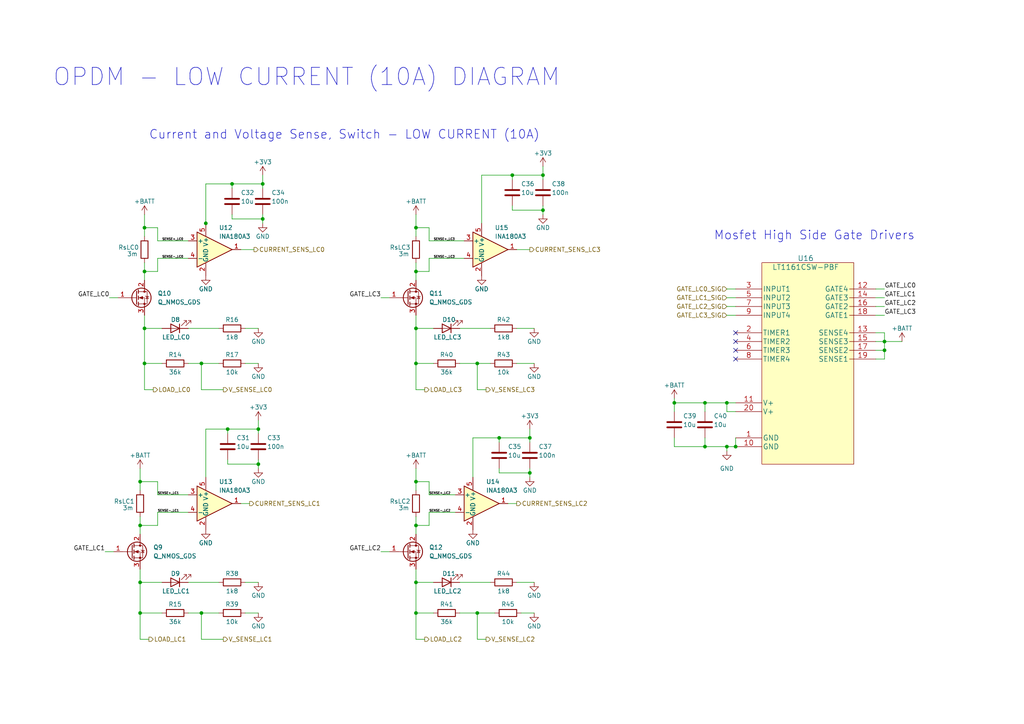
<source format=kicad_sch>
(kicad_sch (version 20211123) (generator eeschema)
  (paper "A4")
  (title_block (date "2023-05-23") (rev "Rev0.1") (company "Breno Niehues dos Santos"))
  (lib_symbols
    (symbol "Amplifier_Current:INA180A3" (pin_names (offset 0.127))
      (property "Reference" "U" (at 3.81 3.81 0))
      (property "Value" "INA180A3" (at 3.81 -2.54 0))
      (symbol "INA180A3_0_1"
        (polyline (pts (xy 5.08 0) (xy -5.08 5.08) (xy -5.08 -5.08) (xy 5.08 0)) (stroke (width 0.254)) (fill (type background)))
      )
      (symbol "INA180A3_1_1"
        (pin output line (at 7.62 0 180) (length 2.54) (name "~") (number "1"))
        (pin power_in line (at -2.54 -7.62 90) (length 3.81) (name "GND") (number "2"))
        (pin input line (at -7.62 2.54 0) (length 2.54) (name "+") (number "3"))
        (pin input line (at -7.62 -2.54 0) (length 2.54) (name "-") (number "4"))
        (pin power_in line (at -2.54 7.62 270) (length 3.81) (name "V+") (number "5"))
      )
    )
    (symbol "Device:C" (pin_numbers hide) (pin_names (offset 0.254))
      (property "Reference" "C" (at 0.635 2.54 0))
      (property "Value" "C" (at 0.635 -2.54 0))
      (symbol "C_0_1"
        (polyline (pts (xy -2.032 -0.762) (xy 2.032 -0.762)) (stroke (width 0.508)))
        (polyline (pts (xy -2.032 0.762) (xy 2.032 0.762)) (stroke (width 0.508)))
      )
      (symbol "C_1_1"
        (pin passive line (at 0 3.81 270) (length 2.794) (name "~") (number "1"))
        (pin passive line (at 0 -3.81 90) (length 2.794) (name "~") (number "2"))
      )
    )
    (symbol "Device:LED" (pin_numbers hide) (pin_names (offset 1.016) hide)
      (property "Reference" "D" (at 0 2.54 0))
      (property "Value" "LED" (at 0 -2.54 0))
      (symbol "LED_0_1"
        (polyline (pts (xy -1.27 -1.27) (xy -1.27 1.27)) (stroke (width 0.254)))
        (polyline (pts (xy -1.27 0) (xy 1.27 0)))
        (polyline (pts (xy 1.27 -1.27) (xy 1.27 1.27) (xy -1.27 0) (xy 1.27 -1.27)) (stroke (width 0.254)))
        (polyline (pts (xy -3.048 -0.762) (xy -4.572 -2.286) (xy -3.81 -2.286) (xy -4.572 -2.286) (xy -4.572 -1.524)))
        (polyline (pts (xy -1.778 -0.762) (xy -3.302 -2.286) (xy -2.54 -2.286) (xy -3.302 -2.286) (xy -3.302 -1.524)))
      )
      (symbol "LED_1_1"
        (pin passive line (at -3.81 0 0) (length 2.54) (name "K") (number "1"))
        (pin passive line (at 3.81 0 180) (length 2.54) (name "A") (number "2"))
      )
    )
    (symbol "Device:Q_NMOS_GDS" (pin_names (offset 0) hide)
      (property "Reference" "Q" (at 5.08 1.27 0))
      (property "Value" "Q_NMOS_GDS" (at 5.08 -1.27 0))
      (symbol "Q_NMOS_GDS_0_1"
        (polyline (pts (xy 0.254 0) (xy -2.54 0)))
        (polyline (pts (xy 0.254 1.905) (xy 0.254 -1.905)) (stroke (width 0.254)))
        (polyline (pts (xy 0.762 -1.27) (xy 0.762 -2.286)) (stroke (width 0.254)))
        (polyline (pts (xy 0.762 0.508) (xy 0.762 -0.508)) (stroke (width 0.254)))
        (polyline (pts (xy 0.762 2.286) (xy 0.762 1.27)) (stroke (width 0.254)))
        (polyline (pts (xy 2.54 2.54) (xy 2.54 1.778)))
        (polyline (pts (xy 2.54 -2.54) (xy 2.54 0) (xy 0.762 0)))
        (polyline (pts (xy 0.762 -1.778) (xy 3.302 -1.778) (xy 3.302 1.778) (xy 0.762 1.778)))
        (polyline (pts (xy 1.016 0) (xy 2.032 0.381) (xy 2.032 -0.381) (xy 1.016 0)) (fill (type outline)))
        (polyline (pts (xy 2.794 0.508) (xy 2.921 0.381) (xy 3.683 0.381) (xy 3.81 0.254)))
        (polyline (pts (xy 3.302 0.381) (xy 2.921 -0.254) (xy 3.683 -0.254) (xy 3.302 0.381)))
        (circle (center 1.651 0) (radius 2.794) (stroke (width 0.254)))
        (circle (center 2.54 -1.778) (radius 0.254) (fill (type outline)))
        (circle (center 2.54 1.778) (radius 0.254) (fill (type outline)))
      )
      (symbol "Q_NMOS_GDS_1_1"
        (pin input line (at -5.08 0 0) (length 2.54) (name "G") (number "1"))
        (pin passive line (at 2.54 5.08 270) (length 2.54) (name "D") (number "2"))
        (pin passive line (at 2.54 -5.08 90) (length 2.54) (name "S") (number "3"))
      )
    )
    (symbol "Device:R" (pin_numbers hide) (pin_names (offset 0))
      (property "Reference" "R" (at 2.032 0 90))
      (property "Value" "R" (at 0 0 90))
      (symbol "R_0_1"
        (rectangle (start -1.016 -2.54) (end 1.016 2.54) (stroke (width 0.254)))
      )
      (symbol "R_1_1"
        (pin passive line (at 0 3.81 270) (length 1.27) (name "~") (number "1"))
        (pin passive line (at 0 -3.81 90) (length 1.27) (name "~") (number "2"))
      )
    )
    (symbol "LT1161CSW-PBF_1" (pin_names (offset 0.254))
      (property "Reference" "U8" (at 20.32 8.89 0))
      (property "Value" "LT1161CSW-PBF_1" (at 20.32 6.35 0))
      (symbol "LT1161CSW-PBF_1_0_1"
        (rectangle (start 7.62 7.62) (end 34.29 -50.8) (fill (type background)))
      )
      (symbol "LT1161CSW-PBF_1_1_1"
        (pin power_in line (at 0 -43.18 0) (length 7.62) (name "GND") (number "1"))
        (pin power_in line (at 0 -45.72 0) (length 7.62) (name "GND") (number "10"))
        (pin power_in line (at 0 -33.02 0) (length 7.62) (name "V+") (number "11"))
        (pin unspecified line (at 40.64 0 180) (length 7.62) (name "GATE4") (number "12"))
        (pin unspecified line (at 40.64 -12.7 180) (length 7.62) (name "SENSE4") (number "13"))
        (pin unspecified line (at 40.64 -2.54 180) (length 7.62) (name "GATE3") (number "14"))
        (pin unspecified line (at 40.64 -15.24 180) (length 7.62) (name "SENSE3") (number "15"))
        (pin unspecified line (at 40.64 -5.08 180) (length 7.62) (name "GATE2") (number "16"))
        (pin unspecified line (at 40.64 -17.78 180) (length 7.62) (name "SENSE2") (number "17"))
        (pin unspecified line (at 40.64 -7.62 180) (length 7.62) (name "GATE1") (number "18"))
        (pin unspecified line (at 40.64 -20.32 180) (length 7.62) (name "SENSE1") (number "19"))
        (pin unspecified line (at 0 -12.7 0) (length 7.62) (name "TIMER1") (number "2"))
        (pin power_in line (at 0 -35.56 0) (length 7.62) (name "V+") (number "20"))
        (pin input line (at 0 0 0) (length 7.62) (name "INPUT1") (number "3"))
        (pin unspecified line (at 0 -15.24 0) (length 7.62) (name "TIMER2") (number "4"))
        (pin input line (at 0 -2.54 0) (length 7.62) (name "INPUT2") (number "5"))
        (pin unspecified line (at 0 -17.78 0) (length 7.62) (name "TIMER3") (number "6"))
        (pin input line (at 0 -5.08 0) (length 7.62) (name "INPUT3") (number "7"))
        (pin unspecified line (at 0 -20.32 0) (length 7.62) (name "TIMER4") (number "8"))
        (pin input line (at 0 -7.62 0) (length 7.62) (name "INPUT4") (number "9"))
      )
    )
    (symbol "power:+3V3" (power) (pin_names (offset 0))
      (property "Value" "+3V3" (at 0 3.556 0))
      (symbol "+3V3_0_1"
        (polyline (pts (xy -0.762 1.27) (xy 0 2.54)))
        (polyline (pts (xy 0 0) (xy 0 2.54)))
        (polyline (pts (xy 0 2.54) (xy 0.762 1.27)))
      )
      (symbol "+3V3_1_1"
        (pin power_in line (at 0 0 90) (length 0) hide (name "+3V3") (number "1"))
      )
    )
    (symbol "power:+BATT" (power) (pin_names (offset 0))
      (property "Value" "+BATT" (at 0 3.556 0))
      (symbol "+BATT_0_1"
        (polyline (pts (xy -0.762 1.27) (xy 0 2.54)))
        (polyline (pts (xy 0 0) (xy 0 2.54)))
        (polyline (pts (xy 0 2.54) (xy 0.762 1.27)))
      )
      (symbol "+BATT_1_1"
        (pin power_in line (at 0 0 90) (length 0) hide (name "+BATT") (number "1"))
      )
    )
    (symbol "power:GND" (power) (pin_names (offset 0))
      (property "Value" "GND" (at 0 -3.81 0))
      (symbol "GND_0_1"
        (polyline (pts (xy 0 0) (xy 0 -1.27) (xy 1.27 -1.27) (xy 0 -2.54) (xy -1.27 -1.27) (xy 0 -1.27)))
      )
      (symbol "GND_1_1"
        (pin power_in line (at 0 0 270) (length 0) hide (name "GND") (number "1"))
      )
    )
  )
  (junction (at 120.65 78.74))
  (junction (at 144.78 127))
  (junction (at 58.42 105.41))
  (junction (at 157.48 60.96))
  (junction (at 157.48 50.8))
  (junction (at 66.04 124.46))
  (junction (at 213.36 129.54))
  (junction (at 256.54 99.06))
  (junction (at 153.67 127))
  (junction (at 153.67 137.16))
  (junction (at 120.65 168.91))
  (junction (at 76.2 63.5))
  (junction (at 195.58 116.84))
  (junction (at 148.59 50.8))
  (junction (at 210.82 129.54))
  (junction (at 120.65 152.4))
  (junction (at 59.69 64.77))
  (junction (at 41.91 66.04))
  (junction (at 120.65 177.8))
  (junction (at 40.64 152.4))
  (junction (at 40.64 177.8))
  (junction (at 41.91 105.41))
  (junction (at 204.47 116.84))
  (junction (at 120.65 95.25))
  (junction (at 204.47 129.54))
  (junction (at 76.2 53.34))
  (junction (at 210.82 116.84))
  (junction (at 40.64 168.91))
  (junction (at 120.65 105.41))
  (junction (at 120.65 66.04))
  (junction (at 138.43 177.8))
  (junction (at 120.65 139.7))
  (junction (at 74.93 134.62))
  (junction (at 67.31 53.34))
  (junction (at 40.64 139.7))
  (junction (at 41.91 78.74))
  (junction (at 138.43 105.41))
  (junction (at 58.42 177.8))
  (junction (at 41.91 95.25))
  (junction (at 74.93 124.46))
  (junction (at 256.54 101.6))
  (no_connect (at 213.36 99.06))
  (no_connect (at 213.36 101.6))
  (no_connect (at 213.36 104.14))
  (no_connect (at 213.36 96.52))
  (wire (pts (xy 59.69 124.46) (xy 59.69 138.43)))
  (wire (pts (xy 138.43 177.8) (xy 138.43 185.42)))
  (wire (pts (xy 210.82 83.82) (xy 213.36 83.82)))
  (wire (pts (xy 66.04 134.62) (xy 74.93 134.62)))
  (wire (pts (xy 45.72 74.93) (xy 54.61 74.93)))
  (wire (pts (xy 110.49 160.02) (xy 113.03 160.02)))
  (wire (pts (xy 120.65 139.7) (xy 124.46 139.7)))
  (wire (pts (xy 124.46 78.74) (xy 120.65 78.74)))
  (wire (pts (xy 256.54 86.36) (xy 254 86.36)))
  (wire (pts (xy 41.91 62.23) (xy 41.91 66.04)))
  (wire (pts (xy 54.61 105.41) (xy 58.42 105.41)))
  (wire (pts (xy 120.65 91.44) (xy 120.65 95.25)))
  (wire (pts (xy 67.31 63.5) (xy 76.2 63.5)))
  (wire (pts (xy 124.46 74.93) (xy 124.46 78.74)))
  (wire (pts (xy 133.35 168.91) (xy 142.24 168.91)))
  (wire (pts (xy 195.58 116.84) (xy 195.58 119.38)))
  (wire (pts (xy 144.78 127) (xy 137.16 127)))
  (wire (pts (xy 41.91 66.04) (xy 45.72 66.04)))
  (wire (pts (xy 213.36 116.84) (xy 210.82 116.84)))
  (wire (pts (xy 124.46 152.4) (xy 124.46 148.59)))
  (wire (pts (xy 139.7 50.8) (xy 139.7 64.77)))
  (wire (pts (xy 120.65 177.8) (xy 125.73 177.8)))
  (wire (pts (xy 120.65 95.25) (xy 120.65 105.41)))
  (wire (pts (xy 210.82 129.54) (xy 213.36 129.54)))
  (wire (pts (xy 149.86 72.39) (xy 153.67 72.39)))
  (wire (pts (xy 254 101.6) (xy 256.54 101.6)))
  (wire (pts (xy 120.65 152.4) (xy 124.46 152.4)))
  (wire (pts (xy 148.59 60.96) (xy 157.48 60.96)))
  (wire (pts (xy 45.72 143.51) (xy 45.72 139.7)))
  (wire (pts (xy 144.78 127) (xy 144.78 128.27)))
  (wire (pts (xy 64.77 185.42) (xy 58.42 185.42)))
  (wire (pts (xy 120.65 78.74) (xy 120.65 81.28)))
  (wire (pts (xy 149.86 95.25) (xy 154.94 95.25)))
  (wire (pts (xy 153.67 127) (xy 144.78 127)))
  (wire (pts (xy 204.47 116.84) (xy 204.47 119.38)))
  (wire (pts (xy 66.04 124.46) (xy 66.04 125.73)))
  (wire (pts (xy 144.78 137.16) (xy 153.67 137.16)))
  (wire (pts (xy 40.64 152.4) (xy 45.72 152.4)))
  (wire (pts (xy 149.86 168.91) (xy 154.94 168.91)))
  (wire (pts (xy 41.91 78.74) (xy 45.72 78.74)))
  (wire (pts (xy 133.35 95.25) (xy 142.24 95.25)))
  (wire (pts (xy 138.43 105.41) (xy 142.24 105.41)))
  (wire (pts (xy 71.12 168.91) (xy 74.93 168.91)))
  (wire (pts (xy 254 99.06) (xy 256.54 99.06)))
  (wire (pts (xy 149.86 105.41) (xy 154.94 105.41)))
  (wire (pts (xy 124.46 139.7) (xy 124.46 143.51)))
  (wire (pts (xy 157.48 59.69) (xy 157.48 60.96)))
  (wire (pts (xy 120.65 76.2) (xy 120.65 78.74)))
  (wire (pts (xy 210.82 86.36) (xy 213.36 86.36)))
  (wire (pts (xy 204.47 129.54) (xy 204.47 127)))
  (wire (pts (xy 40.64 152.4) (xy 40.64 154.94)))
  (wire (pts (xy 120.65 185.42) (xy 123.19 185.42)))
  (wire (pts (xy 120.65 168.91) (xy 120.65 177.8)))
  (wire (pts (xy 120.65 152.4) (xy 120.65 154.94)))
  (wire (pts (xy 124.46 74.93) (xy 134.62 74.93)))
  (wire (pts (xy 157.48 50.8) (xy 148.59 50.8)))
  (wire (pts (xy 120.65 168.91) (xy 125.73 168.91)))
  (wire (pts (xy 45.72 148.59) (xy 54.61 148.59)))
  (wire (pts (xy 71.12 177.8) (xy 74.93 177.8)))
  (wire (pts (xy 59.69 64.77) (xy 59.69 66.04)))
  (wire (pts (xy 153.67 128.27) (xy 153.67 127)))
  (wire (pts (xy 40.64 168.91) (xy 46.99 168.91)))
  (wire (pts (xy 120.65 135.89) (xy 120.65 139.7)))
  (wire (pts (xy 74.93 121.92) (xy 74.93 124.46)))
  (wire (pts (xy 54.61 177.8) (xy 58.42 177.8)))
  (wire (pts (xy 137.16 127) (xy 137.16 138.43)))
  (wire (pts (xy 41.91 76.2) (xy 41.91 78.74)))
  (wire (pts (xy 59.69 53.34) (xy 59.69 64.77)))
  (wire (pts (xy 74.93 134.62) (xy 74.93 135.89)))
  (wire (pts (xy 76.2 54.61) (xy 76.2 53.34)))
  (wire (pts (xy 31.75 86.36) (xy 34.29 86.36)))
  (wire (pts (xy 40.64 177.8) (xy 40.64 185.42)))
  (wire (pts (xy 58.42 177.8) (xy 58.42 185.42)))
  (wire (pts (xy 120.65 95.25) (xy 125.73 95.25)))
  (wire (pts (xy 40.64 168.91) (xy 40.64 177.8)))
  (wire (pts (xy 41.91 66.04) (xy 41.91 68.58)))
  (wire (pts (xy 144.78 135.89) (xy 144.78 137.16)))
  (wire (pts (xy 210.82 91.44) (xy 213.36 91.44)))
  (wire (pts (xy 213.36 127) (xy 213.36 129.54)))
  (wire (pts (xy 120.65 62.23) (xy 120.65 66.04)))
  (wire (pts (xy 124.46 66.04) (xy 120.65 66.04)))
  (wire (pts (xy 45.72 69.85) (xy 54.61 69.85)))
  (wire (pts (xy 124.46 69.85) (xy 134.62 69.85)))
  (wire (pts (xy 210.82 129.54) (xy 210.82 130.81)))
  (wire (pts (xy 153.67 137.16) (xy 153.67 138.43)))
  (wire (pts (xy 120.65 149.86) (xy 120.65 152.4)))
  (wire (pts (xy 30.48 160.02) (xy 33.02 160.02)))
  (wire (pts (xy 256.54 99.06) (xy 261.62 99.06)))
  (wire (pts (xy 41.91 95.25) (xy 46.99 95.25)))
  (wire (pts (xy 213.36 119.38) (xy 210.82 119.38)))
  (wire (pts (xy 124.46 66.04) (xy 124.46 69.85)))
  (wire (pts (xy 256.54 83.82) (xy 254 83.82)))
  (wire (pts (xy 256.54 104.14) (xy 254 104.14)))
  (wire (pts (xy 67.31 62.23) (xy 67.31 63.5)))
  (wire (pts (xy 133.35 105.41) (xy 138.43 105.41)))
  (wire (pts (xy 54.61 168.91) (xy 63.5 168.91)))
  (wire (pts (xy 139.7 50.8) (xy 148.59 50.8)))
  (wire (pts (xy 204.47 129.54) (xy 195.58 129.54)))
  (wire (pts (xy 140.97 185.42) (xy 138.43 185.42)))
  (wire (pts (xy 210.82 116.84) (xy 210.82 119.38)))
  (wire (pts (xy 45.72 69.85) (xy 45.72 66.04)))
  (wire (pts (xy 120.65 105.41) (xy 120.65 113.03)))
  (wire (pts (xy 138.43 177.8) (xy 143.51 177.8)))
  (wire (pts (xy 120.65 165.1) (xy 120.65 168.91)))
  (wire (pts (xy 256.54 101.6) (xy 256.54 99.06)))
  (wire (pts (xy 76.2 62.23) (xy 76.2 63.5)))
  (wire (pts (xy 120.65 142.24) (xy 120.65 139.7)))
  (wire (pts (xy 74.93 133.35) (xy 74.93 134.62)))
  (wire (pts (xy 76.2 53.34) (xy 67.31 53.34)))
  (wire (pts (xy 120.65 113.03) (xy 123.19 113.03)))
  (wire (pts (xy 157.48 60.96) (xy 157.48 62.23)))
  (wire (pts (xy 256.54 91.44) (xy 254 91.44)))
  (wire (pts (xy 40.64 177.8) (xy 46.99 177.8)))
  (wire (pts (xy 140.97 113.03) (xy 138.43 113.03)))
  (wire (pts (xy 153.67 135.89) (xy 153.67 137.16)))
  (wire (pts (xy 69.85 146.05) (xy 72.39 146.05)))
  (wire (pts (xy 45.72 148.59) (xy 45.72 152.4)))
  (wire (pts (xy 40.64 139.7) (xy 40.64 142.24)))
  (wire (pts (xy 120.65 177.8) (xy 120.65 185.42)))
  (wire (pts (xy 71.12 95.25) (xy 74.93 95.25)))
  (wire (pts (xy 54.61 95.25) (xy 63.5 95.25)))
  (wire (pts (xy 133.35 177.8) (xy 138.43 177.8)))
  (wire (pts (xy 147.32 146.05) (xy 149.86 146.05)))
  (wire (pts (xy 58.42 177.8) (xy 63.5 177.8)))
  (wire (pts (xy 153.67 124.46) (xy 153.67 127)))
  (wire (pts (xy 138.43 105.41) (xy 138.43 113.03)))
  (wire (pts (xy 148.59 50.8) (xy 148.59 52.07)))
  (wire (pts (xy 204.47 116.84) (xy 210.82 116.84)))
  (wire (pts (xy 58.42 105.41) (xy 58.42 113.03)))
  (wire (pts (xy 40.64 135.89) (xy 40.64 139.7)))
  (wire (pts (xy 148.59 59.69) (xy 148.59 60.96)))
  (wire (pts (xy 41.91 105.41) (xy 46.99 105.41)))
  (wire (pts (xy 76.2 63.5) (xy 76.2 64.77)))
  (wire (pts (xy 66.04 133.35) (xy 66.04 134.62)))
  (wire (pts (xy 120.65 66.04) (xy 120.65 68.58)))
  (wire (pts (xy 41.91 105.41) (xy 41.91 113.03)))
  (wire (pts (xy 120.65 105.41) (xy 125.73 105.41)))
  (wire (pts (xy 256.54 88.9) (xy 254 88.9)))
  (wire (pts (xy 66.04 124.46) (xy 59.69 124.46)))
  (wire (pts (xy 124.46 143.51) (xy 132.08 143.51)))
  (wire (pts (xy 69.85 72.39) (xy 73.66 72.39)))
  (wire (pts (xy 74.93 124.46) (xy 66.04 124.46)))
  (wire (pts (xy 58.42 105.41) (xy 63.5 105.41)))
  (wire (pts (xy 41.91 91.44) (xy 41.91 95.25)))
  (wire (pts (xy 41.91 78.74) (xy 41.91 81.28)))
  (wire (pts (xy 71.12 105.41) (xy 74.93 105.41)))
  (wire (pts (xy 110.49 86.36) (xy 113.03 86.36)))
  (wire (pts (xy 44.45 113.03) (xy 41.91 113.03)))
  (wire (pts (xy 45.72 74.93) (xy 45.72 78.74)))
  (wire (pts (xy 67.31 53.34) (xy 67.31 54.61)))
  (wire (pts (xy 64.77 113.03) (xy 58.42 113.03)))
  (wire (pts (xy 256.54 96.52) (xy 256.54 99.06)))
  (wire (pts (xy 67.31 53.34) (xy 59.69 53.34)))
  (wire (pts (xy 76.2 50.8) (xy 76.2 53.34)))
  (wire (pts (xy 157.48 52.07) (xy 157.48 50.8)))
  (wire (pts (xy 157.48 48.26) (xy 157.48 50.8)))
  (wire (pts (xy 210.82 88.9) (xy 213.36 88.9)))
  (wire (pts (xy 204.47 116.84) (xy 195.58 116.84)))
  (wire (pts (xy 45.72 143.51) (xy 54.61 143.51)))
  (wire (pts (xy 204.47 129.54) (xy 210.82 129.54)))
  (wire (pts (xy 40.64 165.1) (xy 40.64 168.91)))
  (wire (pts (xy 195.58 115.57) (xy 195.58 116.84)))
  (wire (pts (xy 151.13 177.8) (xy 154.94 177.8)))
  (wire (pts (xy 195.58 129.54) (xy 195.58 127)))
  (wire (pts (xy 124.46 148.59) (xy 132.08 148.59)))
  (wire (pts (xy 40.64 149.86) (xy 40.64 152.4)))
  (wire (pts (xy 256.54 101.6) (xy 256.54 104.14)))
  (wire (pts (xy 43.18 185.42) (xy 40.64 185.42)))
  (wire (pts (xy 41.91 95.25) (xy 41.91 105.41)))
  (wire (pts (xy 254 96.52) (xy 256.54 96.52)))
  (wire (pts (xy 74.93 125.73) (xy 74.93 124.46)))
  (wire (pts (xy 40.64 139.7) (xy 45.72 139.7)))
  (text "Mosfet High Side Gate Drivers" (at 207.01 69.85 0) (effects (font (size 2.54 2.54)) (justify left bottom)))
  (text "OPDM - LOW CURRENT (10A) DIAGRAM" (at 15.24 25.4 0) (effects (font (size 5 5)) (justify left bottom)))
  (text "Current and Voltage Sense, Switch - LOW CURRENT (10A)" (at 43.18 40.64 0) (effects (font (size 2.54 2.54)) (justify left bottom)))
  (label "GATE_LC1" (at 256.54 86.36 0))
  (label "GATE_LC0" (at 256.54 83.82 0))
  (label "GATE_LC0" (at 31.75 86.36 180))
  (label "SENSE-_LC1" (at 45.72 148.59 0) (effects (font (size 0.635 0.635))))
  (label "SENSE-_LC2" (at 124.46 148.59 0) (effects (font (size 0.635 0.635))))
  (label "SENSE-_LC0" (at 46.99 74.93 0) (effects (font (size 0.635 0.635))))
  (label "GATE_LC1" (at 30.48 160.02 180))
  (label "GATE_LC3" (at 110.49 86.36 180))
  (label "SENSE+_LC2" (at 124.46 143.51 0) (effects (font (size 0.635 0.635))))
  (label "SENSE-_LC3" (at 125.73 74.93 0) (effects (font (size 0.635 0.635))))
  (label "SENSE+_LC3" (at 125.73 69.85 0) (effects (font (size 0.635 0.635))))
  (label "SENSE+_LC0" (at 46.99 69.85 0) (effects (font (size 0.635 0.635))))
  (label "GATE_LC2" (at 256.54 88.9 0))
  (label "GATE_LC2" (at 110.49 160.02 180))
  (label "GATE_LC3" (at 256.54 91.44 0))
  (label "SENSE+_LC1" (at 45.72 143.51 0) (effects (font (size 0.635 0.635))))
  (hierarchical_label "LOAD_LC0" (shape output) (at 44.45 113.03 0))
  (hierarchical_label "GATE_LC3_SIG" (shape input) (at 210.82 91.44 180))
  (hierarchical_label "V_SENSE_LC3" (shape output) (at 140.97 113.03 0))
  (hierarchical_label "CURRENT_SENS_LC0" (shape output) (at 73.66 72.39 0))
  (hierarchical_label "V_SENSE_LC1" (shape output) (at 64.77 185.42 0))
  (hierarchical_label "V_SENSE_LC0" (shape output) (at 64.77 113.03 0))
  (hierarchical_label "LOAD_LC3" (shape output) (at 123.19 113.03 0))
  (hierarchical_label "CURRENT_SENS_LC2" (shape output) (at 149.86 146.05 0))
  (hierarchical_label "LOAD_LC2" (shape output) (at 123.19 185.42 0))
  (hierarchical_label "CURRENT_SENS_LC3" (shape output) (at 153.67 72.39 0))
  (hierarchical_label "GATE_LC2_SIG" (shape input) (at 210.82 88.9 180))
  (hierarchical_label "GATE_LC1_SIG" (shape input) (at 210.82 86.36 180))
  (hierarchical_label "V_SENSE_LC2" (shape output) (at 140.97 185.42 0))
  (hierarchical_label "CURRENT_SENS_LC1" (shape output) (at 72.39 146.05 0))
  (hierarchical_label "GATE_LC0_SIG" (shape input) (at 210.82 83.82 180))
  (hierarchical_label "LOAD_LC1" (shape output) (at 43.18 185.42 0))
  (symbol (lib_id "power:+3V3") (at 153.67 124.46 0) (unit 1)
    (property "Reference" "#PWR0172" (effects hide))
    (property "Value" "+3V3" (at 153.67 120.65 0))
  )
  (symbol (lib_id "power:+BATT") (at 195.58 115.57 0) (unit 1)
    (property "Reference" "#PWR0140" (effects hide))
    (property "Value" "+BATT" (at 195.58 111.76 0))
  )
  (symbol (lib_id "Device:C") (at 66.04 129.54 0) (unit 1)
    (property "Reference" "C31" (at 68.58 127 0) (effects (justify left)))
    (property "Value" "10u" (at 68.58 129.54 0) (effects (justify left)))
    (property "Footprint" "Capacitor_SMD:C_0805_2012Metric_Pad1.18x1.45mm_HandSolder" (effects hide))
  )
  (symbol (lib_id "Device:R") (at 129.54 177.8 90) (unit 1)
    (property "Reference" "R41" (at 129.54 175.26 90))
    (property "Value" "36k" (at 129.54 180.34 90))
    (property "Footprint" "Resistor_SMD:R_0805_2012Metric_Pad1.20x1.40mm_HandSolder" (effects hide))
  )
  (symbol (lib_id "Device:Q_NMOS_GDS") (at 39.37 86.36 0) (unit 1)
    (property "Reference" "Q10" (at 45.72 85.0899 0) (effects (justify left)))
    (property "Value" "Q_NMOS_GDS" (at 45.72 87.6299 0) (effects (justify left)))
    (property "Footprint" "Package_TO_SOT_SMD:TO-252-2" (effects hide))
  )
  (symbol (lib_id "Device:C") (at 144.78 132.08 0) (unit 1)
    (property "Reference" "C35" (at 147.32 129.54 0) (effects (justify left)))
    (property "Value" "10u" (at 147.32 132.08 0) (effects (justify left)))
    (property "Footprint" "Capacitor_SMD:C_0805_2012Metric_Pad1.18x1.45mm_HandSolder" (effects hide))
  )
  (symbol (lib_id "Device:R") (at 146.05 95.25 270) (unit 1)
    (property "Reference" "R42" (at 146.05 92.71 90))
    (property "Value" "1k8" (at 146.05 97.79 90))
    (property "Footprint" "Resistor_SMD:R_0805_2012Metric_Pad1.20x1.40mm_HandSolder" (effects hide))
  )
  (symbol (lib_id "power:+3V3") (at 74.93 121.92 0) (unit 1)
    (property "Reference" "#PWR0175" (effects hide))
    (property "Value" "+3V3" (at 74.93 118.11 0))
  )
  (symbol (lib_id "Device:LED") (at 50.8 95.25 180) (unit 1)
    (property "Reference" "D8" (at 49.53 92.71 0) (effects (justify right)))
    (property "Value" "LED_LC0" (at 46.99 97.79 0) (effects (justify right)))
    (property "Footprint" "LED_SMD:LED_0805_2012Metric_Pad1.15x1.40mm_HandSolder" (effects hide))
  )
  (symbol (lib_id "power:GND") (at 59.69 80.01 0) (unit 1)
    (property "Reference" "#PWR0145" (effects hide))
    (property "Value" "GND" (at 59.69 83.82 0))
  )
  (symbol (lib_id "power:GND") (at 154.94 105.41 0) (unit 1)
    (property "Reference" "#PWR0174" (effects hide))
    (property "Value" "GND" (at 154.94 109.22 0))
  )
  (symbol (lib_id "power:GND") (at 74.93 135.89 0) (unit 1)
    (property "Reference" "#PWR0132" (effects hide))
    (property "Value" "GND" (at 74.93 139.7 0))
  )
  (symbol (lib_id "power:+BATT") (at 40.64 135.89 0) (unit 1)
    (property "Reference" "#PWR0130" (effects hide))
    (property "Value" "+BATT" (at 40.64 132.08 0))
  )
  (symbol (lib_id "power:+BATT") (at 120.65 62.23 0) (unit 1)
    (property "Reference" "#PWR0141" (effects hide))
    (property "Value" "+BATT" (at 120.65 58.42 0))
  )
  (symbol (lib_id "Device:R") (at 147.32 177.8 90) (unit 1)
    (property "Reference" "R45" (at 147.32 175.26 90))
    (property "Value" "10k" (at 147.32 180.34 90))
    (property "Footprint" "Resistor_SMD:R_0805_2012Metric_Pad1.20x1.40mm_HandSolder" (effects hide))
  )
  (symbol (lib_id "Amplifier_Current:INA180A3") (at 139.7 146.05 0) (unit 1)
    (property "Reference" "U14" (at 140.97 139.7 0) (effects (justify left)))
    (property "Value" "INA180A3" (at 140.97 142.24 0) (effects (justify left)))
    (property "Footprint" "Package_TO_SOT_SMD:SOT-23-5_HandSoldering" (effects hide))
    (property "Datasheet" "http://www.ti.com/lit/ds/symlink/ina180.pdf" (effects hide))
  )
  (symbol (lib_id "power:GND") (at 74.93 168.91 0) (unit 1)
    (property "Reference" "#PWR0131" (effects hide))
    (property "Value" "GND" (at 74.93 172.72 0))
  )
  (symbol (lib_id "power:GND") (at 74.93 177.8 0) (unit 1)
    (property "Reference" "#PWR0133" (effects hide))
    (property "Value" "GND" (at 74.93 181.61 0))
  )
  (symbol (lib_id "power:GND") (at 76.2 64.77 0) (unit 1)
    (property "Reference" "#PWR0143" (effects hide))
    (property "Value" "GND" (at 76.2 68.58 0))
  )
  (symbol (lib_id "Device:R") (at 67.31 168.91 270) (unit 1)
    (property "Reference" "R38" (at 67.31 166.37 90))
    (property "Value" "1k8" (at 67.31 171.45 90))
    (property "Footprint" "Resistor_SMD:R_0805_2012Metric_Pad1.20x1.40mm_HandSolder" (effects hide))
  )
  (symbol (lib_id "Device:LED") (at 129.54 168.91 180) (unit 1)
    (property "Reference" "D11" (at 128.27 166.37 0) (effects (justify right)))
    (property "Value" "LED_LC2" (at 125.73 171.45 0) (effects (justify right)))
    (property "Footprint" "LED_SMD:LED_0805_2012Metric_Pad1.15x1.40mm_HandSolder" (effects hide))
  )
  (symbol (lib_id "Device:C") (at 76.2 58.42 0) (unit 1)
    (property "Reference" "C34" (at 78.74 55.88 0) (effects (justify left)))
    (property "Value" "100n" (at 78.74 58.42 0) (effects (justify left)))
    (property "Footprint" "Capacitor_SMD:C_0805_2012Metric_Pad1.18x1.45mm_HandSolder" (effects hide))
  )
  (symbol (lib_id "Device:LED") (at 50.8 168.91 180) (unit 1)
    (property "Reference" "D9" (at 49.53 166.37 0) (effects (justify right)))
    (property "Value" "LED_LC1" (at 46.99 171.45 0) (effects (justify right)))
    (property "Footprint" "LED_SMD:LED_0805_2012Metric_Pad1.15x1.40mm_HandSolder" (effects hide))
  )
  (symbol (lib_id "Device:R") (at 50.8 105.41 90) (unit 1)
    (property "Reference" "R14" (at 50.8 102.87 90))
    (property "Value" "36k" (at 50.8 107.95 90))
    (property "Footprint" "Resistor_SMD:R_0805_2012Metric_Pad1.20x1.40mm_HandSolder" (effects hide))
  )
  (symbol (lib_id "Device:R") (at 120.65 72.39 0) (unit 1)
    (property "Reference" "RsLC3" (at 113.03 71.755 0) (effects (justify left)))
    (property "Value" "3m" (at 115.57 73.66 0) (effects (justify left)))
    (property "Footprint" "Resistor_SMD:R_2512_6332Metric_Pad1.40x3.35mm_HandSolder" (effects hide))
  )
  (symbol (lib_id "power:GND") (at 210.82 130.81 0) (unit 1)
    (property "Reference" "#PWR0138" (effects hide))
    (property "Value" "GND" (at 210.82 135.89 0))
  )
  (symbol (lib_id "power:GND") (at 153.67 138.43 0) (unit 1)
    (property "Reference" "#PWR0129" (effects hide))
    (property "Value" "GND" (at 153.67 142.24 0))
  )
  (symbol (lib_id "power:+BATT") (at 261.62 99.06 0) (unit 1)
    (property "Reference" "#PWR0139" (effects hide))
    (property "Value" "+BATT" (at 261.62 95.25 0))
  )
  (symbol (lib_id "Amplifier_Current:INA180A3") (at 142.24 72.39 0) (unit 1)
    (property "Reference" "U15" (at 143.51 66.04 0) (effects (justify left)))
    (property "Value" "INA180A3" (at 143.51 68.58 0) (effects (justify left)))
    (property "Footprint" "Package_TO_SOT_SMD:SOT-23-5_HandSoldering" (effects hide))
    (property "Datasheet" "http://www.ti.com/lit/ds/symlink/ina180.pdf" (effects hide))
  )
  (symbol (lib_id "power:GND") (at 154.94 168.91 0) (unit 1)
    (property "Reference" "#PWR0137" (effects hide))
    (property "Value" "GND" (at 154.94 172.72 0))
  )
  (symbol (lib_id "power:GND") (at 74.93 105.41 0) (unit 1)
    (property "Reference" "#PWR0176" (effects hide))
    (property "Value" "GND" (at 74.93 109.22 0))
  )
  (symbol (lib_id "power:+3V3") (at 76.2 50.8 0) (unit 1)
    (property "Reference" "#PWR0142" (effects hide))
    (property "Value" "+3V3" (at 76.2 46.99 0))
  )
  (symbol (lib_id "power:GND") (at 59.69 153.67 0) (unit 1)
    (property "Reference" "#PWR0134" (effects hide))
    (property "Value" "GND" (at 59.69 157.48 0))
  )
  (symbol (lib_id "Device:C") (at 157.48 55.88 0) (unit 1)
    (property "Reference" "C38" (at 160.02 53.34 0) (effects (justify left)))
    (property "Value" "100n" (at 160.02 55.88 0) (effects (justify left)))
    (property "Footprint" "Capacitor_SMD:C_0805_2012Metric_Pad1.18x1.45mm_HandSolder" (effects hide))
  )
  (symbol (lib_id "Device:R") (at 50.8 177.8 90) (unit 1)
    (property "Reference" "R15" (at 50.8 175.26 90))
    (property "Value" "36k" (at 50.8 180.34 90))
    (property "Footprint" "Resistor_SMD:R_0805_2012Metric_Pad1.20x1.40mm_HandSolder" (effects hide))
  )
  (symbol (lib_id "Device:C") (at 153.67 132.08 0) (unit 1)
    (property "Reference" "C37" (at 156.21 129.54 0) (effects (justify left)))
    (property "Value" "100n" (at 156.21 132.08 0) (effects (justify left)))
    (property "Footprint" "Capacitor_SMD:C_0805_2012Metric_Pad1.18x1.45mm_HandSolder" (effects hide))
  )
  (symbol (lib_id "Device:C") (at 67.31 58.42 0) (unit 1)
    (property "Reference" "C32" (at 69.85 55.88 0) (effects (justify left)))
    (property "Value" "10u" (at 69.85 58.42 0) (effects (justify left)))
    (property "Footprint" "Capacitor_SMD:C_0805_2012Metric_Pad1.18x1.45mm_HandSolder" (effects hide))
  )
  (symbol (lib_id "Device:R") (at 40.64 146.05 0) (unit 1)
    (property "Reference" "RsLC1" (at 33.02 145.415 0) (effects (justify left)))
    (property "Value" "3m" (at 35.56 147.32 0) (effects (justify left)))
    (property "Footprint" "Resistor_SMD:R_2512_6332Metric_Pad1.40x3.35mm_HandSolder" (effects hide))
  )
  (symbol (lib_id "power:+BATT") (at 120.65 135.89 0) (unit 1)
    (property "Reference" "#PWR0128" (effects hide))
    (property "Value" "+BATT" (at 120.65 132.08 0))
  )
  (symbol (lib_id "Device:C") (at 195.58 123.19 0) (unit 1)
    (property "Reference" "C39" (at 198.12 120.65 0) (effects (justify left)))
    (property "Value" "10u" (at 198.12 123.19 0) (effects (justify left)))
    (property "Footprint" "Capacitor_SMD:C_0805_2012Metric_Pad1.18x1.45mm_HandSolder" (effects hide))
  )
  (symbol (lib_id "power:GND") (at 139.7 80.01 0) (unit 1)
    (property "Reference" "#PWR0144" (effects hide))
    (property "Value" "GND" (at 139.7 83.82 0))
  )
  (symbol (lib_id "Device:C") (at 74.93 129.54 0) (unit 1)
    (property "Reference" "C33" (at 77.47 127 0) (effects (justify left)))
    (property "Value" "100n" (at 77.47 129.54 0) (effects (justify left)))
    (property "Footprint" "Capacitor_SMD:C_0805_2012Metric_Pad1.18x1.45mm_HandSolder" (effects hide))
  )
  (symbol (lib_name "LT1161CSW-PBF_1") (lib_id "LT1161CSW-BPF:LT1161CSW-PBF") (at 213.36 83.82 0) (unit 1)
    (property "Reference" "U16" (at 233.68 74.93 0) (effects (font (size 1.524 1.524))))
    (property "Value" "LT1161CSW-PBF" (at 233.68 77.47 0) (effects (font (size 1.524 1.524))))
    (property "Footprint" "Package_SO:SOIC-20W_7.5x12.8mm_P1.27mm" (effects hide))
  )
  (symbol (lib_id "power:GND") (at 157.48 62.23 0) (unit 1)
    (property "Reference" "#PWR0147" (effects hide))
    (property "Value" "GND" (at 157.48 66.04 0))
  )
  (symbol (lib_id "power:GND") (at 154.94 95.25 0) (unit 1)
    (property "Reference" "#PWR0173" (effects hide))
    (property "Value" "GND" (at 154.94 99.06 0))
  )
  (symbol (lib_id "Device:R") (at 67.31 177.8 90) (unit 1)
    (property "Reference" "R39" (at 67.31 175.26 90))
    (property "Value" "10k" (at 67.31 180.34 90))
    (property "Footprint" "Resistor_SMD:R_0805_2012Metric_Pad1.20x1.40mm_HandSolder" (effects hide))
  )
  (symbol (lib_id "Device:R") (at 67.31 105.41 90) (unit 1)
    (property "Reference" "R17" (at 67.31 102.87 90))
    (property "Value" "10k" (at 67.31 107.95 90))
    (property "Footprint" "Resistor_SMD:R_0805_2012Metric_Pad1.20x1.40mm_HandSolder" (effects hide))
  )
  (symbol (lib_id "Device:R") (at 120.65 146.05 0) (unit 1)
    (property "Reference" "RsLC2" (at 113.03 145.415 0) (effects (justify left)))
    (property "Value" "3m" (at 115.57 147.32 0) (effects (justify left)))
    (property "Footprint" "Resistor_SMD:R_2512_6332Metric_Pad1.40x3.35mm_HandSolder" (effects hide))
  )
  (symbol (lib_id "Amplifier_Current:INA180A3") (at 62.23 72.39 0) (unit 1)
    (property "Reference" "U12" (at 63.5 66.04 0) (effects (justify left)))
    (property "Value" "INA180A3" (at 63.5 68.58 0) (effects (justify left)))
    (property "Footprint" "Package_TO_SOT_SMD:SOT-23-5_HandSoldering" (effects hide))
    (property "Datasheet" "http://www.ti.com/lit/ds/symlink/ina180.pdf" (effects hide))
  )
  (symbol (lib_id "power:GND") (at 74.93 95.25 0) (unit 1)
    (property "Reference" "#PWR0177" (effects hide))
    (property "Value" "GND" (at 74.93 99.06 0))
  )
  (symbol (lib_id "power:+BATT") (at 41.91 62.23 0) (unit 1)
    (property "Reference" "#PWR0146" (effects hide))
    (property "Value" "+BATT" (at 41.91 58.42 0))
  )
  (symbol (lib_id "Device:R") (at 67.31 95.25 270) (unit 1)
    (property "Reference" "R16" (at 67.31 92.71 90))
    (property "Value" "1k8" (at 67.31 97.79 90))
    (property "Footprint" "Resistor_SMD:R_0805_2012Metric_Pad1.20x1.40mm_HandSolder" (effects hide))
  )
  (symbol (lib_id "Amplifier_Current:INA180A3") (at 62.23 146.05 0) (unit 1)
    (property "Reference" "U13" (at 63.5 139.7 0) (effects (justify left)))
    (property "Value" "INA180A3" (at 63.5 142.24 0) (effects (justify left)))
    (property "Footprint" "Package_TO_SOT_SMD:SOT-23-5_HandSoldering" (effects hide))
    (property "Datasheet" "http://www.ti.com/lit/ds/symlink/ina180.pdf" (effects hide))
  )
  (symbol (lib_id "power:GND") (at 154.94 177.8 0) (unit 1)
    (property "Reference" "#PWR0136" (effects hide))
    (property "Value" "GND" (at 154.94 181.61 0))
  )
  (symbol (lib_id "Device:R") (at 129.54 105.41 90) (unit 1)
    (property "Reference" "R40" (at 129.54 102.87 90))
    (property "Value" "36k" (at 129.54 107.95 90))
    (property "Footprint" "Resistor_SMD:R_0805_2012Metric_Pad1.20x1.40mm_HandSolder" (effects hide))
  )
  (symbol (lib_id "Device:C") (at 148.59 55.88 0) (unit 1)
    (property "Reference" "C36" (at 151.13 53.34 0) (effects (justify left)))
    (property "Value" "10u" (at 151.13 55.88 0) (effects (justify left)))
    (property "Footprint" "Capacitor_SMD:C_0805_2012Metric_Pad1.18x1.45mm_HandSolder" (effects hide))
  )
  (symbol (lib_id "Device:R") (at 41.91 72.39 0) (unit 1)
    (property "Reference" "RsLC0" (at 34.29 71.755 0) (effects (justify left)))
    (property "Value" "3m" (at 36.83 73.66 0) (effects (justify left)))
    (property "Footprint" "Resistor_SMD:R_2512_6332Metric_Pad1.40x3.35mm_HandSolder" (effects hide))
  )
  (symbol (lib_id "Device:LED") (at 129.54 95.25 180) (unit 1)
    (property "Reference" "D10" (at 128.27 92.71 0) (effects (justify right)))
    (property "Value" "LED_LC3" (at 125.73 97.79 0) (effects (justify right)))
    (property "Footprint" "LED_SMD:LED_0805_2012Metric_Pad1.15x1.40mm_HandSolder" (effects hide))
  )
  (symbol (lib_id "Device:C") (at 204.47 123.19 0) (unit 1)
    (property "Reference" "C40" (at 207.01 120.65 0) (effects (justify left)))
    (property "Value" "10u" (at 207.01 123.19 0) (effects (justify left)))
    (property "Footprint" "Capacitor_SMD:C_0805_2012Metric_Pad1.18x1.45mm_HandSolder" (effects hide))
  )
  (symbol (lib_id "Device:R") (at 146.05 168.91 270) (unit 1)
    (property "Reference" "R44" (at 146.05 166.37 90))
    (property "Value" "1k8" (at 146.05 171.45 90))
    (property "Footprint" "Resistor_SMD:R_0805_2012Metric_Pad1.20x1.40mm_HandSolder" (effects hide))
  )
  (symbol (lib_id "Device:Q_NMOS_GDS") (at 118.11 86.36 0) (unit 1)
    (property "Reference" "Q11" (at 124.46 85.0899 0) (effects (justify left)))
    (property "Value" "Q_NMOS_GDS" (at 124.46 87.6299 0) (effects (justify left)))
    (property "Footprint" "Package_TO_SOT_SMD:TO-252-2" (effects hide))
  )
  (symbol (lib_id "power:+3V3") (at 157.48 48.26 0) (unit 1)
    (property "Reference" "#PWR0148" (effects hide))
    (property "Value" "+3V3" (at 157.48 44.45 0))
  )
  (symbol (lib_id "Device:Q_NMOS_GDS") (at 38.1 160.02 0) (unit 1)
    (property "Reference" "Q9" (at 44.45 158.7499 0) (effects (justify left)))
    (property "Value" "Q_NMOS_GDS" (at 44.45 161.2899 0) (effects (justify left)))
    (property "Footprint" "Package_TO_SOT_SMD:TO-252-2" (effects hide))
  )
  (symbol (lib_id "Device:Q_NMOS_GDS") (at 118.11 160.02 0) (unit 1)
    (property "Reference" "Q12" (at 124.46 158.7499 0) (effects (justify left)))
    (property "Value" "Q_NMOS_GDS" (at 124.46 161.2899 0) (effects (justify left)))
    (property "Footprint" "Package_TO_SOT_SMD:TO-252-2" (effects hide))
  )
  (symbol (lib_id "power:GND") (at 137.16 153.67 0) (unit 1)
    (property "Reference" "#PWR0135" (effects hide))
    (property "Value" "GND" (at 137.16 157.48 0))
  )
  (symbol (lib_id "Device:R") (at 146.05 105.41 90) (unit 1)
    (property "Reference" "R43" (at 146.05 102.87 90))
    (property "Value" "10k" (at 146.05 107.95 90))
    (property "Footprint" "Resistor_SMD:R_0805_2012Metric_Pad1.20x1.40mm_HandSolder" (effects hide))
  )
)
</source>
